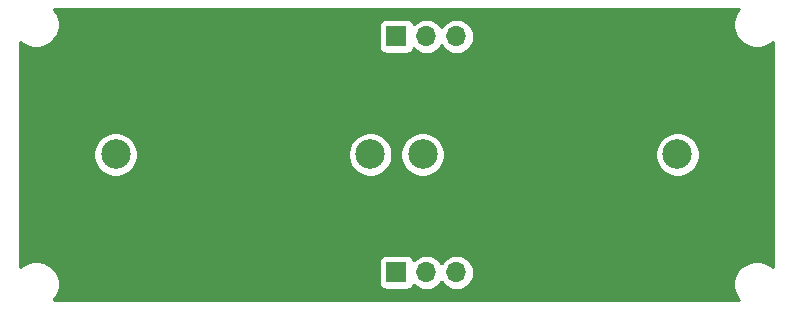
<source format=gbl>
G04 #@! TF.GenerationSoftware,KiCad,Pcbnew,5.1.4-e60b266~84~ubuntu18.04.1*
G04 #@! TF.CreationDate,2019-09-11T21:53:04+05:30*
G04 #@! TF.ProjectId,SenseCam_XHP70.2_rev1,53656e73-6543-4616-9d5f-58485037302e,rev?*
G04 #@! TF.SameCoordinates,Original*
G04 #@! TF.FileFunction,Copper,L2,Bot*
G04 #@! TF.FilePolarity,Positive*
%FSLAX46Y46*%
G04 Gerber Fmt 4.6, Leading zero omitted, Abs format (unit mm)*
G04 Created by KiCad (PCBNEW 5.1.4-e60b266~84~ubuntu18.04.1) date 2019-09-11 21:53:04*
%MOMM*%
%LPD*%
G04 APERTURE LIST*
%ADD10C,2.500000*%
%ADD11R,1.700000X1.700000*%
%ADD12O,1.700000X1.700000*%
%ADD13C,0.800000*%
%ADD14C,0.250000*%
%ADD15C,0.254000*%
G04 APERTURE END LIST*
D10*
X18725000Y-23000000D03*
X40275000Y-23000000D03*
D11*
X42500000Y-13000000D03*
D12*
X45040000Y-13000000D03*
X47580000Y-13000000D03*
D11*
X42500000Y-33000000D03*
D12*
X45040000Y-33000000D03*
X47580000Y-33000000D03*
D10*
X66275000Y-23000000D03*
X44725000Y-23000000D03*
D13*
X29500000Y-18500000D03*
X31000000Y-18500000D03*
X28000000Y-18500000D03*
X28000000Y-17500000D03*
X29500000Y-17500000D03*
X31000000Y-17500000D03*
X31000000Y-16500000D03*
X29500000Y-16500000D03*
X28000000Y-16500000D03*
X28000000Y-15500000D03*
X29500000Y-15500000D03*
X31000000Y-15500000D03*
X31000000Y-14500000D03*
X29500000Y-14500000D03*
X28000000Y-14500000D03*
X55500000Y-27500000D03*
X54000000Y-27500000D03*
X54000000Y-30500000D03*
X57000000Y-27500000D03*
X57000000Y-29500000D03*
X54000000Y-31500000D03*
X55500000Y-30500000D03*
X54000000Y-29500000D03*
X57000000Y-28500000D03*
X57000000Y-30500000D03*
X55500000Y-28500000D03*
X55500000Y-29500000D03*
X54000000Y-28500000D03*
X55500000Y-31500000D03*
X57000000Y-31500000D03*
X26500000Y-18500000D03*
X26500000Y-17500000D03*
X26500000Y-16500000D03*
X26500000Y-15500000D03*
X26500000Y-14500000D03*
X32500000Y-14500000D03*
X32500000Y-15500000D03*
X32500000Y-16500000D03*
X32500000Y-17500000D03*
X32500000Y-18500000D03*
X52500000Y-27500000D03*
X52500000Y-28500000D03*
X52500000Y-29500000D03*
X52500000Y-30500000D03*
X52500000Y-31500000D03*
X58500000Y-31500000D03*
X58500000Y-30500000D03*
X58500000Y-29500000D03*
X58500000Y-28500000D03*
X58500000Y-27500000D03*
D14*
X29500000Y-18500000D02*
X31000000Y-18500000D01*
X28000000Y-18500000D02*
X28000000Y-17500000D01*
X29500000Y-17500000D02*
X31000000Y-17500000D01*
X31000000Y-16500000D02*
X29500000Y-16500000D01*
X28000000Y-16500000D02*
X28000000Y-15500000D01*
X29500000Y-15500000D02*
X31000000Y-15500000D01*
X31000000Y-14500000D02*
X29500000Y-14500000D01*
X55500000Y-27500000D02*
X54000000Y-27500000D01*
X55500000Y-28500000D02*
X54000000Y-28500000D01*
X54000000Y-29500000D02*
X55500000Y-29500000D01*
X57000000Y-29500000D02*
X57000000Y-30500000D01*
X55500000Y-30500000D02*
X54000000Y-30500000D01*
X57000000Y-27500000D02*
X57000000Y-28500000D01*
X54000000Y-31500000D02*
X55500000Y-31500000D01*
X28000000Y-18500000D02*
X26500000Y-18500000D01*
X26500000Y-17500000D02*
X26500000Y-16500000D01*
X26500000Y-15500000D02*
X26500000Y-14500000D01*
X32500000Y-14500000D02*
X32500000Y-15500000D01*
X32500000Y-16500000D02*
X32500000Y-17500000D01*
X54000000Y-27500000D02*
X52500000Y-27500000D01*
X52500000Y-28500000D02*
X52500000Y-29500000D01*
X52500000Y-30500000D02*
X52500000Y-31500000D01*
X58500000Y-31500000D02*
X58500000Y-30500000D01*
X58500000Y-29500000D02*
X58500000Y-28500000D01*
D15*
G36*
X71458149Y-10734636D02*
G01*
X71240915Y-11059750D01*
X71091282Y-11420997D01*
X71015000Y-11804495D01*
X71015000Y-12195505D01*
X71091282Y-12579003D01*
X71240915Y-12940250D01*
X71458149Y-13265364D01*
X71734636Y-13541851D01*
X72059750Y-13759085D01*
X72420997Y-13908718D01*
X72804495Y-13985000D01*
X73195505Y-13985000D01*
X73579003Y-13908718D01*
X73940250Y-13759085D01*
X74265364Y-13541851D01*
X74340000Y-13467215D01*
X74340001Y-32532786D01*
X74265364Y-32458149D01*
X73940250Y-32240915D01*
X73579003Y-32091282D01*
X73195505Y-32015000D01*
X72804495Y-32015000D01*
X72420997Y-32091282D01*
X72059750Y-32240915D01*
X71734636Y-32458149D01*
X71458149Y-32734636D01*
X71240915Y-33059750D01*
X71091282Y-33420997D01*
X71015000Y-33804495D01*
X71015000Y-34195505D01*
X71091282Y-34579003D01*
X71240915Y-34940250D01*
X71458149Y-35265364D01*
X71532785Y-35340000D01*
X13467215Y-35340000D01*
X13541851Y-35265364D01*
X13759085Y-34940250D01*
X13908718Y-34579003D01*
X13985000Y-34195505D01*
X13985000Y-33804495D01*
X13908718Y-33420997D01*
X13759085Y-33059750D01*
X13541851Y-32734636D01*
X13265364Y-32458149D01*
X12940250Y-32240915D01*
X12720762Y-32150000D01*
X41011928Y-32150000D01*
X41011928Y-33850000D01*
X41024188Y-33974482D01*
X41060498Y-34094180D01*
X41119463Y-34204494D01*
X41198815Y-34301185D01*
X41295506Y-34380537D01*
X41405820Y-34439502D01*
X41525518Y-34475812D01*
X41650000Y-34488072D01*
X43350000Y-34488072D01*
X43474482Y-34475812D01*
X43594180Y-34439502D01*
X43704494Y-34380537D01*
X43801185Y-34301185D01*
X43880537Y-34204494D01*
X43939502Y-34094180D01*
X43960393Y-34025313D01*
X43984866Y-34055134D01*
X44210986Y-34240706D01*
X44468966Y-34378599D01*
X44748889Y-34463513D01*
X44967050Y-34485000D01*
X45112950Y-34485000D01*
X45331111Y-34463513D01*
X45611034Y-34378599D01*
X45869014Y-34240706D01*
X46095134Y-34055134D01*
X46280706Y-33829014D01*
X46310000Y-33774209D01*
X46339294Y-33829014D01*
X46524866Y-34055134D01*
X46750986Y-34240706D01*
X47008966Y-34378599D01*
X47288889Y-34463513D01*
X47507050Y-34485000D01*
X47652950Y-34485000D01*
X47871111Y-34463513D01*
X48151034Y-34378599D01*
X48409014Y-34240706D01*
X48635134Y-34055134D01*
X48820706Y-33829014D01*
X48958599Y-33571034D01*
X49043513Y-33291111D01*
X49072185Y-33000000D01*
X49043513Y-32708889D01*
X48958599Y-32428966D01*
X48820706Y-32170986D01*
X48635134Y-31944866D01*
X48409014Y-31759294D01*
X48151034Y-31621401D01*
X47871111Y-31536487D01*
X47652950Y-31515000D01*
X47507050Y-31515000D01*
X47288889Y-31536487D01*
X47008966Y-31621401D01*
X46750986Y-31759294D01*
X46524866Y-31944866D01*
X46339294Y-32170986D01*
X46310000Y-32225791D01*
X46280706Y-32170986D01*
X46095134Y-31944866D01*
X45869014Y-31759294D01*
X45611034Y-31621401D01*
X45331111Y-31536487D01*
X45112950Y-31515000D01*
X44967050Y-31515000D01*
X44748889Y-31536487D01*
X44468966Y-31621401D01*
X44210986Y-31759294D01*
X43984866Y-31944866D01*
X43960393Y-31974687D01*
X43939502Y-31905820D01*
X43880537Y-31795506D01*
X43801185Y-31698815D01*
X43704494Y-31619463D01*
X43594180Y-31560498D01*
X43474482Y-31524188D01*
X43350000Y-31511928D01*
X41650000Y-31511928D01*
X41525518Y-31524188D01*
X41405820Y-31560498D01*
X41295506Y-31619463D01*
X41198815Y-31698815D01*
X41119463Y-31795506D01*
X41060498Y-31905820D01*
X41024188Y-32025518D01*
X41011928Y-32150000D01*
X12720762Y-32150000D01*
X12579003Y-32091282D01*
X12195505Y-32015000D01*
X11804495Y-32015000D01*
X11420997Y-32091282D01*
X11059750Y-32240915D01*
X10734636Y-32458149D01*
X10660000Y-32532785D01*
X10660000Y-22814344D01*
X16840000Y-22814344D01*
X16840000Y-23185656D01*
X16912439Y-23549834D01*
X17054534Y-23892882D01*
X17260825Y-24201618D01*
X17523382Y-24464175D01*
X17832118Y-24670466D01*
X18175166Y-24812561D01*
X18539344Y-24885000D01*
X18910656Y-24885000D01*
X19274834Y-24812561D01*
X19617882Y-24670466D01*
X19926618Y-24464175D01*
X20189175Y-24201618D01*
X20395466Y-23892882D01*
X20537561Y-23549834D01*
X20610000Y-23185656D01*
X20610000Y-22814344D01*
X38390000Y-22814344D01*
X38390000Y-23185656D01*
X38462439Y-23549834D01*
X38604534Y-23892882D01*
X38810825Y-24201618D01*
X39073382Y-24464175D01*
X39382118Y-24670466D01*
X39725166Y-24812561D01*
X40089344Y-24885000D01*
X40460656Y-24885000D01*
X40824834Y-24812561D01*
X41167882Y-24670466D01*
X41476618Y-24464175D01*
X41739175Y-24201618D01*
X41945466Y-23892882D01*
X42087561Y-23549834D01*
X42160000Y-23185656D01*
X42160000Y-22814344D01*
X42840000Y-22814344D01*
X42840000Y-23185656D01*
X42912439Y-23549834D01*
X43054534Y-23892882D01*
X43260825Y-24201618D01*
X43523382Y-24464175D01*
X43832118Y-24670466D01*
X44175166Y-24812561D01*
X44539344Y-24885000D01*
X44910656Y-24885000D01*
X45274834Y-24812561D01*
X45617882Y-24670466D01*
X45926618Y-24464175D01*
X46189175Y-24201618D01*
X46395466Y-23892882D01*
X46537561Y-23549834D01*
X46610000Y-23185656D01*
X46610000Y-22814344D01*
X64390000Y-22814344D01*
X64390000Y-23185656D01*
X64462439Y-23549834D01*
X64604534Y-23892882D01*
X64810825Y-24201618D01*
X65073382Y-24464175D01*
X65382118Y-24670466D01*
X65725166Y-24812561D01*
X66089344Y-24885000D01*
X66460656Y-24885000D01*
X66824834Y-24812561D01*
X67167882Y-24670466D01*
X67476618Y-24464175D01*
X67739175Y-24201618D01*
X67945466Y-23892882D01*
X68087561Y-23549834D01*
X68160000Y-23185656D01*
X68160000Y-22814344D01*
X68087561Y-22450166D01*
X67945466Y-22107118D01*
X67739175Y-21798382D01*
X67476618Y-21535825D01*
X67167882Y-21329534D01*
X66824834Y-21187439D01*
X66460656Y-21115000D01*
X66089344Y-21115000D01*
X65725166Y-21187439D01*
X65382118Y-21329534D01*
X65073382Y-21535825D01*
X64810825Y-21798382D01*
X64604534Y-22107118D01*
X64462439Y-22450166D01*
X64390000Y-22814344D01*
X46610000Y-22814344D01*
X46537561Y-22450166D01*
X46395466Y-22107118D01*
X46189175Y-21798382D01*
X45926618Y-21535825D01*
X45617882Y-21329534D01*
X45274834Y-21187439D01*
X44910656Y-21115000D01*
X44539344Y-21115000D01*
X44175166Y-21187439D01*
X43832118Y-21329534D01*
X43523382Y-21535825D01*
X43260825Y-21798382D01*
X43054534Y-22107118D01*
X42912439Y-22450166D01*
X42840000Y-22814344D01*
X42160000Y-22814344D01*
X42087561Y-22450166D01*
X41945466Y-22107118D01*
X41739175Y-21798382D01*
X41476618Y-21535825D01*
X41167882Y-21329534D01*
X40824834Y-21187439D01*
X40460656Y-21115000D01*
X40089344Y-21115000D01*
X39725166Y-21187439D01*
X39382118Y-21329534D01*
X39073382Y-21535825D01*
X38810825Y-21798382D01*
X38604534Y-22107118D01*
X38462439Y-22450166D01*
X38390000Y-22814344D01*
X20610000Y-22814344D01*
X20537561Y-22450166D01*
X20395466Y-22107118D01*
X20189175Y-21798382D01*
X19926618Y-21535825D01*
X19617882Y-21329534D01*
X19274834Y-21187439D01*
X18910656Y-21115000D01*
X18539344Y-21115000D01*
X18175166Y-21187439D01*
X17832118Y-21329534D01*
X17523382Y-21535825D01*
X17260825Y-21798382D01*
X17054534Y-22107118D01*
X16912439Y-22450166D01*
X16840000Y-22814344D01*
X10660000Y-22814344D01*
X10660000Y-13467215D01*
X10734636Y-13541851D01*
X11059750Y-13759085D01*
X11420997Y-13908718D01*
X11804495Y-13985000D01*
X12195505Y-13985000D01*
X12579003Y-13908718D01*
X12940250Y-13759085D01*
X13265364Y-13541851D01*
X13541851Y-13265364D01*
X13759085Y-12940250D01*
X13908718Y-12579003D01*
X13985000Y-12195505D01*
X13985000Y-12150000D01*
X41011928Y-12150000D01*
X41011928Y-13850000D01*
X41024188Y-13974482D01*
X41060498Y-14094180D01*
X41119463Y-14204494D01*
X41198815Y-14301185D01*
X41295506Y-14380537D01*
X41405820Y-14439502D01*
X41525518Y-14475812D01*
X41650000Y-14488072D01*
X43350000Y-14488072D01*
X43474482Y-14475812D01*
X43594180Y-14439502D01*
X43704494Y-14380537D01*
X43801185Y-14301185D01*
X43880537Y-14204494D01*
X43939502Y-14094180D01*
X43960393Y-14025313D01*
X43984866Y-14055134D01*
X44210986Y-14240706D01*
X44468966Y-14378599D01*
X44748889Y-14463513D01*
X44967050Y-14485000D01*
X45112950Y-14485000D01*
X45331111Y-14463513D01*
X45611034Y-14378599D01*
X45869014Y-14240706D01*
X46095134Y-14055134D01*
X46280706Y-13829014D01*
X46310000Y-13774209D01*
X46339294Y-13829014D01*
X46524866Y-14055134D01*
X46750986Y-14240706D01*
X47008966Y-14378599D01*
X47288889Y-14463513D01*
X47507050Y-14485000D01*
X47652950Y-14485000D01*
X47871111Y-14463513D01*
X48151034Y-14378599D01*
X48409014Y-14240706D01*
X48635134Y-14055134D01*
X48820706Y-13829014D01*
X48958599Y-13571034D01*
X49043513Y-13291111D01*
X49072185Y-13000000D01*
X49043513Y-12708889D01*
X48958599Y-12428966D01*
X48820706Y-12170986D01*
X48635134Y-11944866D01*
X48409014Y-11759294D01*
X48151034Y-11621401D01*
X47871111Y-11536487D01*
X47652950Y-11515000D01*
X47507050Y-11515000D01*
X47288889Y-11536487D01*
X47008966Y-11621401D01*
X46750986Y-11759294D01*
X46524866Y-11944866D01*
X46339294Y-12170986D01*
X46310000Y-12225791D01*
X46280706Y-12170986D01*
X46095134Y-11944866D01*
X45869014Y-11759294D01*
X45611034Y-11621401D01*
X45331111Y-11536487D01*
X45112950Y-11515000D01*
X44967050Y-11515000D01*
X44748889Y-11536487D01*
X44468966Y-11621401D01*
X44210986Y-11759294D01*
X43984866Y-11944866D01*
X43960393Y-11974687D01*
X43939502Y-11905820D01*
X43880537Y-11795506D01*
X43801185Y-11698815D01*
X43704494Y-11619463D01*
X43594180Y-11560498D01*
X43474482Y-11524188D01*
X43350000Y-11511928D01*
X41650000Y-11511928D01*
X41525518Y-11524188D01*
X41405820Y-11560498D01*
X41295506Y-11619463D01*
X41198815Y-11698815D01*
X41119463Y-11795506D01*
X41060498Y-11905820D01*
X41024188Y-12025518D01*
X41011928Y-12150000D01*
X13985000Y-12150000D01*
X13985000Y-11804495D01*
X13908718Y-11420997D01*
X13759085Y-11059750D01*
X13541851Y-10734636D01*
X13467215Y-10660000D01*
X71532785Y-10660000D01*
X71458149Y-10734636D01*
X71458149Y-10734636D01*
G37*
X71458149Y-10734636D02*
X71240915Y-11059750D01*
X71091282Y-11420997D01*
X71015000Y-11804495D01*
X71015000Y-12195505D01*
X71091282Y-12579003D01*
X71240915Y-12940250D01*
X71458149Y-13265364D01*
X71734636Y-13541851D01*
X72059750Y-13759085D01*
X72420997Y-13908718D01*
X72804495Y-13985000D01*
X73195505Y-13985000D01*
X73579003Y-13908718D01*
X73940250Y-13759085D01*
X74265364Y-13541851D01*
X74340000Y-13467215D01*
X74340001Y-32532786D01*
X74265364Y-32458149D01*
X73940250Y-32240915D01*
X73579003Y-32091282D01*
X73195505Y-32015000D01*
X72804495Y-32015000D01*
X72420997Y-32091282D01*
X72059750Y-32240915D01*
X71734636Y-32458149D01*
X71458149Y-32734636D01*
X71240915Y-33059750D01*
X71091282Y-33420997D01*
X71015000Y-33804495D01*
X71015000Y-34195505D01*
X71091282Y-34579003D01*
X71240915Y-34940250D01*
X71458149Y-35265364D01*
X71532785Y-35340000D01*
X13467215Y-35340000D01*
X13541851Y-35265364D01*
X13759085Y-34940250D01*
X13908718Y-34579003D01*
X13985000Y-34195505D01*
X13985000Y-33804495D01*
X13908718Y-33420997D01*
X13759085Y-33059750D01*
X13541851Y-32734636D01*
X13265364Y-32458149D01*
X12940250Y-32240915D01*
X12720762Y-32150000D01*
X41011928Y-32150000D01*
X41011928Y-33850000D01*
X41024188Y-33974482D01*
X41060498Y-34094180D01*
X41119463Y-34204494D01*
X41198815Y-34301185D01*
X41295506Y-34380537D01*
X41405820Y-34439502D01*
X41525518Y-34475812D01*
X41650000Y-34488072D01*
X43350000Y-34488072D01*
X43474482Y-34475812D01*
X43594180Y-34439502D01*
X43704494Y-34380537D01*
X43801185Y-34301185D01*
X43880537Y-34204494D01*
X43939502Y-34094180D01*
X43960393Y-34025313D01*
X43984866Y-34055134D01*
X44210986Y-34240706D01*
X44468966Y-34378599D01*
X44748889Y-34463513D01*
X44967050Y-34485000D01*
X45112950Y-34485000D01*
X45331111Y-34463513D01*
X45611034Y-34378599D01*
X45869014Y-34240706D01*
X46095134Y-34055134D01*
X46280706Y-33829014D01*
X46310000Y-33774209D01*
X46339294Y-33829014D01*
X46524866Y-34055134D01*
X46750986Y-34240706D01*
X47008966Y-34378599D01*
X47288889Y-34463513D01*
X47507050Y-34485000D01*
X47652950Y-34485000D01*
X47871111Y-34463513D01*
X48151034Y-34378599D01*
X48409014Y-34240706D01*
X48635134Y-34055134D01*
X48820706Y-33829014D01*
X48958599Y-33571034D01*
X49043513Y-33291111D01*
X49072185Y-33000000D01*
X49043513Y-32708889D01*
X48958599Y-32428966D01*
X48820706Y-32170986D01*
X48635134Y-31944866D01*
X48409014Y-31759294D01*
X48151034Y-31621401D01*
X47871111Y-31536487D01*
X47652950Y-31515000D01*
X47507050Y-31515000D01*
X47288889Y-31536487D01*
X47008966Y-31621401D01*
X46750986Y-31759294D01*
X46524866Y-31944866D01*
X46339294Y-32170986D01*
X46310000Y-32225791D01*
X46280706Y-32170986D01*
X46095134Y-31944866D01*
X45869014Y-31759294D01*
X45611034Y-31621401D01*
X45331111Y-31536487D01*
X45112950Y-31515000D01*
X44967050Y-31515000D01*
X44748889Y-31536487D01*
X44468966Y-31621401D01*
X44210986Y-31759294D01*
X43984866Y-31944866D01*
X43960393Y-31974687D01*
X43939502Y-31905820D01*
X43880537Y-31795506D01*
X43801185Y-31698815D01*
X43704494Y-31619463D01*
X43594180Y-31560498D01*
X43474482Y-31524188D01*
X43350000Y-31511928D01*
X41650000Y-31511928D01*
X41525518Y-31524188D01*
X41405820Y-31560498D01*
X41295506Y-31619463D01*
X41198815Y-31698815D01*
X41119463Y-31795506D01*
X41060498Y-31905820D01*
X41024188Y-32025518D01*
X41011928Y-32150000D01*
X12720762Y-32150000D01*
X12579003Y-32091282D01*
X12195505Y-32015000D01*
X11804495Y-32015000D01*
X11420997Y-32091282D01*
X11059750Y-32240915D01*
X10734636Y-32458149D01*
X10660000Y-32532785D01*
X10660000Y-22814344D01*
X16840000Y-22814344D01*
X16840000Y-23185656D01*
X16912439Y-23549834D01*
X17054534Y-23892882D01*
X17260825Y-24201618D01*
X17523382Y-24464175D01*
X17832118Y-24670466D01*
X18175166Y-24812561D01*
X18539344Y-24885000D01*
X18910656Y-24885000D01*
X19274834Y-24812561D01*
X19617882Y-24670466D01*
X19926618Y-24464175D01*
X20189175Y-24201618D01*
X20395466Y-23892882D01*
X20537561Y-23549834D01*
X20610000Y-23185656D01*
X20610000Y-22814344D01*
X38390000Y-22814344D01*
X38390000Y-23185656D01*
X38462439Y-23549834D01*
X38604534Y-23892882D01*
X38810825Y-24201618D01*
X39073382Y-24464175D01*
X39382118Y-24670466D01*
X39725166Y-24812561D01*
X40089344Y-24885000D01*
X40460656Y-24885000D01*
X40824834Y-24812561D01*
X41167882Y-24670466D01*
X41476618Y-24464175D01*
X41739175Y-24201618D01*
X41945466Y-23892882D01*
X42087561Y-23549834D01*
X42160000Y-23185656D01*
X42160000Y-22814344D01*
X42840000Y-22814344D01*
X42840000Y-23185656D01*
X42912439Y-23549834D01*
X43054534Y-23892882D01*
X43260825Y-24201618D01*
X43523382Y-24464175D01*
X43832118Y-24670466D01*
X44175166Y-24812561D01*
X44539344Y-24885000D01*
X44910656Y-24885000D01*
X45274834Y-24812561D01*
X45617882Y-24670466D01*
X45926618Y-24464175D01*
X46189175Y-24201618D01*
X46395466Y-23892882D01*
X46537561Y-23549834D01*
X46610000Y-23185656D01*
X46610000Y-22814344D01*
X64390000Y-22814344D01*
X64390000Y-23185656D01*
X64462439Y-23549834D01*
X64604534Y-23892882D01*
X64810825Y-24201618D01*
X65073382Y-24464175D01*
X65382118Y-24670466D01*
X65725166Y-24812561D01*
X66089344Y-24885000D01*
X66460656Y-24885000D01*
X66824834Y-24812561D01*
X67167882Y-24670466D01*
X67476618Y-24464175D01*
X67739175Y-24201618D01*
X67945466Y-23892882D01*
X68087561Y-23549834D01*
X68160000Y-23185656D01*
X68160000Y-22814344D01*
X68087561Y-22450166D01*
X67945466Y-22107118D01*
X67739175Y-21798382D01*
X67476618Y-21535825D01*
X67167882Y-21329534D01*
X66824834Y-21187439D01*
X66460656Y-21115000D01*
X66089344Y-21115000D01*
X65725166Y-21187439D01*
X65382118Y-21329534D01*
X65073382Y-21535825D01*
X64810825Y-21798382D01*
X64604534Y-22107118D01*
X64462439Y-22450166D01*
X64390000Y-22814344D01*
X46610000Y-22814344D01*
X46537561Y-22450166D01*
X46395466Y-22107118D01*
X46189175Y-21798382D01*
X45926618Y-21535825D01*
X45617882Y-21329534D01*
X45274834Y-21187439D01*
X44910656Y-21115000D01*
X44539344Y-21115000D01*
X44175166Y-21187439D01*
X43832118Y-21329534D01*
X43523382Y-21535825D01*
X43260825Y-21798382D01*
X43054534Y-22107118D01*
X42912439Y-22450166D01*
X42840000Y-22814344D01*
X42160000Y-22814344D01*
X42087561Y-22450166D01*
X41945466Y-22107118D01*
X41739175Y-21798382D01*
X41476618Y-21535825D01*
X41167882Y-21329534D01*
X40824834Y-21187439D01*
X40460656Y-21115000D01*
X40089344Y-21115000D01*
X39725166Y-21187439D01*
X39382118Y-21329534D01*
X39073382Y-21535825D01*
X38810825Y-21798382D01*
X38604534Y-22107118D01*
X38462439Y-22450166D01*
X38390000Y-22814344D01*
X20610000Y-22814344D01*
X20537561Y-22450166D01*
X20395466Y-22107118D01*
X20189175Y-21798382D01*
X19926618Y-21535825D01*
X19617882Y-21329534D01*
X19274834Y-21187439D01*
X18910656Y-21115000D01*
X18539344Y-21115000D01*
X18175166Y-21187439D01*
X17832118Y-21329534D01*
X17523382Y-21535825D01*
X17260825Y-21798382D01*
X17054534Y-22107118D01*
X16912439Y-22450166D01*
X16840000Y-22814344D01*
X10660000Y-22814344D01*
X10660000Y-13467215D01*
X10734636Y-13541851D01*
X11059750Y-13759085D01*
X11420997Y-13908718D01*
X11804495Y-13985000D01*
X12195505Y-13985000D01*
X12579003Y-13908718D01*
X12940250Y-13759085D01*
X13265364Y-13541851D01*
X13541851Y-13265364D01*
X13759085Y-12940250D01*
X13908718Y-12579003D01*
X13985000Y-12195505D01*
X13985000Y-12150000D01*
X41011928Y-12150000D01*
X41011928Y-13850000D01*
X41024188Y-13974482D01*
X41060498Y-14094180D01*
X41119463Y-14204494D01*
X41198815Y-14301185D01*
X41295506Y-14380537D01*
X41405820Y-14439502D01*
X41525518Y-14475812D01*
X41650000Y-14488072D01*
X43350000Y-14488072D01*
X43474482Y-14475812D01*
X43594180Y-14439502D01*
X43704494Y-14380537D01*
X43801185Y-14301185D01*
X43880537Y-14204494D01*
X43939502Y-14094180D01*
X43960393Y-14025313D01*
X43984866Y-14055134D01*
X44210986Y-14240706D01*
X44468966Y-14378599D01*
X44748889Y-14463513D01*
X44967050Y-14485000D01*
X45112950Y-14485000D01*
X45331111Y-14463513D01*
X45611034Y-14378599D01*
X45869014Y-14240706D01*
X46095134Y-14055134D01*
X46280706Y-13829014D01*
X46310000Y-13774209D01*
X46339294Y-13829014D01*
X46524866Y-14055134D01*
X46750986Y-14240706D01*
X47008966Y-14378599D01*
X47288889Y-14463513D01*
X47507050Y-14485000D01*
X47652950Y-14485000D01*
X47871111Y-14463513D01*
X48151034Y-14378599D01*
X48409014Y-14240706D01*
X48635134Y-14055134D01*
X48820706Y-13829014D01*
X48958599Y-13571034D01*
X49043513Y-13291111D01*
X49072185Y-13000000D01*
X49043513Y-12708889D01*
X48958599Y-12428966D01*
X48820706Y-12170986D01*
X48635134Y-11944866D01*
X48409014Y-11759294D01*
X48151034Y-11621401D01*
X47871111Y-11536487D01*
X47652950Y-11515000D01*
X47507050Y-11515000D01*
X47288889Y-11536487D01*
X47008966Y-11621401D01*
X46750986Y-11759294D01*
X46524866Y-11944866D01*
X46339294Y-12170986D01*
X46310000Y-12225791D01*
X46280706Y-12170986D01*
X46095134Y-11944866D01*
X45869014Y-11759294D01*
X45611034Y-11621401D01*
X45331111Y-11536487D01*
X45112950Y-11515000D01*
X44967050Y-11515000D01*
X44748889Y-11536487D01*
X44468966Y-11621401D01*
X44210986Y-11759294D01*
X43984866Y-11944866D01*
X43960393Y-11974687D01*
X43939502Y-11905820D01*
X43880537Y-11795506D01*
X43801185Y-11698815D01*
X43704494Y-11619463D01*
X43594180Y-11560498D01*
X43474482Y-11524188D01*
X43350000Y-11511928D01*
X41650000Y-11511928D01*
X41525518Y-11524188D01*
X41405820Y-11560498D01*
X41295506Y-11619463D01*
X41198815Y-11698815D01*
X41119463Y-11795506D01*
X41060498Y-11905820D01*
X41024188Y-12025518D01*
X41011928Y-12150000D01*
X13985000Y-12150000D01*
X13985000Y-11804495D01*
X13908718Y-11420997D01*
X13759085Y-11059750D01*
X13541851Y-10734636D01*
X13467215Y-10660000D01*
X71532785Y-10660000D01*
X71458149Y-10734636D01*
M02*

</source>
